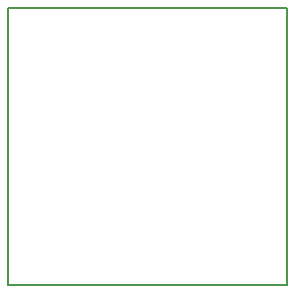
<source format=gm1>
G04 #@! TF.GenerationSoftware,KiCad,Pcbnew,5.0.1-33cea8e~68~ubuntu18.04.1*
G04 #@! TF.CreationDate,2018-11-22T22:36:33+01:00*
G04 #@! TF.ProjectId,LPC82X_JHI33_2layer,4C50433832585F4A484933335F326C61,rev?*
G04 #@! TF.SameCoordinates,Original*
G04 #@! TF.FileFunction,Profile,NP*
%FSLAX46Y46*%
G04 Gerber Fmt 4.6, Leading zero omitted, Abs format (unit mm)*
G04 Created by KiCad (PCBNEW 5.0.1-33cea8e~68~ubuntu18.04.1) date do 22 nov 2018 22:36:33 CET*
%MOMM*%
%LPD*%
G01*
G04 APERTURE LIST*
%ADD10C,0.150000*%
G04 APERTURE END LIST*
D10*
X77100000Y-118400000D02*
X77100000Y-94900000D01*
X100700000Y-118400000D02*
X77100000Y-118400000D01*
X100700000Y-94900000D02*
X100700000Y-118400000D01*
X77100000Y-94900000D02*
X100700000Y-94900000D01*
M02*

</source>
